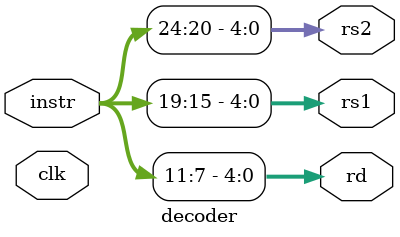
<source format=v>
module decoder(
	input [31:0] instr,
	output [4:0] rd,
	output [4:0] rs1,
	output [4:0] rs2,
	input clk);

	assign rs1 = instr[19:15];
	assign rs2 = instr[24:20];
	assign rd = instr[11:7];
endmodule
</source>
